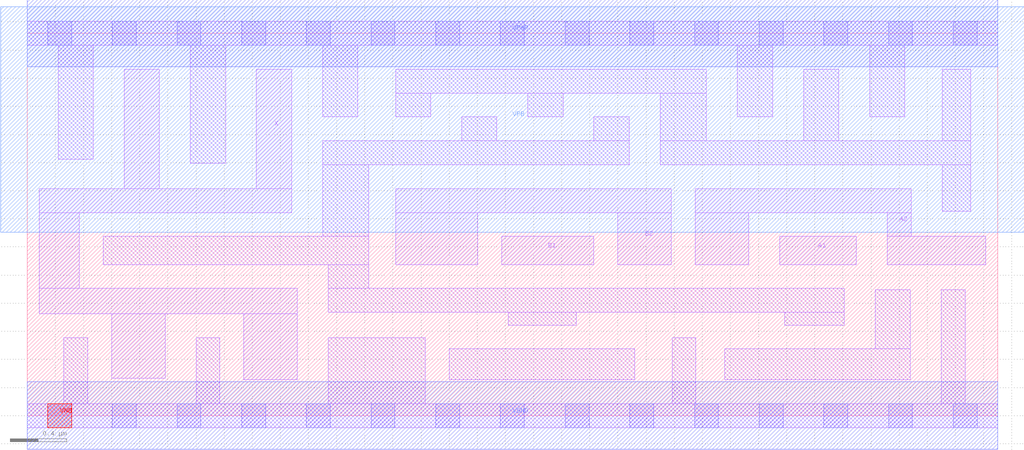
<source format=lef>
# Copyright 2020 The SkyWater PDK Authors
#
# Licensed under the Apache License, Version 2.0 (the "License");
# you may not use this file except in compliance with the License.
# You may obtain a copy of the License at
#
#     https://www.apache.org/licenses/LICENSE-2.0
#
# Unless required by applicable law or agreed to in writing, software
# distributed under the License is distributed on an "AS IS" BASIS,
# WITHOUT WARRANTIES OR CONDITIONS OF ANY KIND, either express or implied.
# See the License for the specific language governing permissions and
# limitations under the License.
#
# SPDX-License-Identifier: Apache-2.0

VERSION 5.7 ;
  NOWIREEXTENSIONATPIN ON ;
  DIVIDERCHAR "/" ;
  BUSBITCHARS "[]" ;
PROPERTYDEFINITIONS
  MACRO maskLayoutSubType STRING ;
  MACRO prCellType STRING ;
  MACRO originalViewName STRING ;
END PROPERTYDEFINITIONS
MACRO sky130_fd_sc_hdll__a22o_4
  CLASS CORE ;
  FOREIGN sky130_fd_sc_hdll__a22o_4 ;
  ORIGIN  0.000000  0.000000 ;
  SIZE  6.900000 BY  2.720000 ;
  SYMMETRY X Y R90 ;
  SITE unithd ;
  PIN A1
    ANTENNAGATEAREA  0.555000 ;
    DIRECTION INPUT ;
    USE SIGNAL ;
    PORT
      LAYER li1 ;
        RECT 5.350000 1.075000 5.895000 1.275000 ;
    END
  END A1
  PIN A2
    ANTENNAGATEAREA  0.555000 ;
    DIRECTION INPUT ;
    USE SIGNAL ;
    PORT
      LAYER li1 ;
        RECT 4.750000 1.075000 5.130000 1.445000 ;
        RECT 4.750000 1.445000 6.285000 1.615000 ;
        RECT 6.115000 1.075000 6.815000 1.275000 ;
        RECT 6.115000 1.275000 6.285000 1.445000 ;
    END
  END A2
  PIN B1
    ANTENNAGATEAREA  0.555000 ;
    DIRECTION INPUT ;
    USE SIGNAL ;
    PORT
      LAYER li1 ;
        RECT 3.375000 1.075000 4.030000 1.275000 ;
    END
  END B1
  PIN B2
    ANTENNAGATEAREA  0.555000 ;
    DIRECTION INPUT ;
    USE SIGNAL ;
    PORT
      LAYER li1 ;
        RECT 2.620000 1.075000 3.205000 1.445000 ;
        RECT 2.620000 1.445000 4.580000 1.615000 ;
        RECT 4.200000 1.075000 4.580000 1.445000 ;
    END
  END B2
  PIN VGND
    ANTENNADIFFAREA  1.397500 ;
    DIRECTION INOUT ;
    USE SIGNAL ;
    PORT
      LAYER met1 ;
        RECT 0.000000 -0.240000 6.900000 0.240000 ;
    END
  END VGND
  PIN VPWR
    ANTENNADIFFAREA  1.430000 ;
    DIRECTION INOUT ;
    USE SIGNAL ;
    PORT
      LAYER met1 ;
        RECT 0.000000 2.480000 6.900000 2.960000 ;
    END
  END VPWR
  PIN X
    ANTENNADIFFAREA  1.028500 ;
    DIRECTION OUTPUT ;
    USE SIGNAL ;
    PORT
      LAYER li1 ;
        RECT 0.085000 0.725000 1.920000 0.905000 ;
        RECT 0.085000 0.905000 0.370000 1.445000 ;
        RECT 0.085000 1.445000 1.880000 1.615000 ;
        RECT 0.600000 0.265000 0.980000 0.725000 ;
        RECT 0.690000 1.615000 0.940000 2.465000 ;
        RECT 1.540000 0.255000 1.920000 0.725000 ;
        RECT 1.630000 1.615000 1.880000 2.465000 ;
    END
  END X
  PIN VNB
    DIRECTION INOUT ;
    USE GROUND ;
    PORT
      LAYER pwell ;
        RECT 0.145000 -0.085000 0.315000 0.085000 ;
    END
  END VNB
  PIN VPB
    DIRECTION INOUT ;
    USE POWER ;
    PORT
      LAYER nwell ;
        RECT -0.190000 1.305000 7.090000 2.910000 ;
    END
  END VPB
  OBS
    LAYER li1 ;
      RECT 0.000000 -0.085000 6.900000 0.085000 ;
      RECT 0.000000  2.635000 6.900000 2.805000 ;
      RECT 0.220000  1.825000 0.470000 2.635000 ;
      RECT 0.260000  0.085000 0.430000 0.555000 ;
      RECT 0.540000  1.075000 2.430000 1.275000 ;
      RECT 1.160000  1.795000 1.410000 2.635000 ;
      RECT 1.200000  0.085000 1.370000 0.555000 ;
      RECT 2.100000  1.275000 2.430000 1.785000 ;
      RECT 2.100000  1.785000 4.280000 1.955000 ;
      RECT 2.100000  2.125000 2.350000 2.635000 ;
      RECT 2.140000  0.085000 2.830000 0.555000 ;
      RECT 2.140000  0.735000 5.810000 0.905000 ;
      RECT 2.140000  0.905000 2.430000 1.075000 ;
      RECT 2.620000  2.125000 2.870000 2.295000 ;
      RECT 2.620000  2.295000 4.830000 2.465000 ;
      RECT 3.000000  0.255000 4.320000 0.475000 ;
      RECT 3.090000  1.955000 3.340000 2.125000 ;
      RECT 3.420000  0.645000 3.905000 0.735000 ;
      RECT 3.560000  2.125000 3.810000 2.295000 ;
      RECT 4.030000  1.955000 4.280000 2.125000 ;
      RECT 4.500000  1.785000 6.710000 1.955000 ;
      RECT 4.500000  1.955000 4.830000 2.295000 ;
      RECT 4.585000  0.085000 4.755000 0.555000 ;
      RECT 4.960000  0.255000 6.280000 0.475000 ;
      RECT 5.050000  2.125000 5.300000 2.635000 ;
      RECT 5.385000  0.645000 5.810000 0.735000 ;
      RECT 5.520000  1.955000 5.770000 2.465000 ;
      RECT 5.990000  2.125000 6.240000 2.635000 ;
      RECT 6.030000  0.475000 6.280000 0.895000 ;
      RECT 6.500000  0.085000 6.670000 0.895000 ;
      RECT 6.505000  1.455000 6.710000 1.785000 ;
      RECT 6.505000  1.955000 6.710000 2.465000 ;
    LAYER mcon ;
      RECT 0.145000 -0.085000 0.315000 0.085000 ;
      RECT 0.145000  2.635000 0.315000 2.805000 ;
      RECT 0.605000 -0.085000 0.775000 0.085000 ;
      RECT 0.605000  2.635000 0.775000 2.805000 ;
      RECT 1.065000 -0.085000 1.235000 0.085000 ;
      RECT 1.065000  2.635000 1.235000 2.805000 ;
      RECT 1.525000 -0.085000 1.695000 0.085000 ;
      RECT 1.525000  2.635000 1.695000 2.805000 ;
      RECT 1.985000 -0.085000 2.155000 0.085000 ;
      RECT 1.985000  2.635000 2.155000 2.805000 ;
      RECT 2.445000 -0.085000 2.615000 0.085000 ;
      RECT 2.445000  2.635000 2.615000 2.805000 ;
      RECT 2.905000 -0.085000 3.075000 0.085000 ;
      RECT 2.905000  2.635000 3.075000 2.805000 ;
      RECT 3.365000 -0.085000 3.535000 0.085000 ;
      RECT 3.365000  2.635000 3.535000 2.805000 ;
      RECT 3.825000 -0.085000 3.995000 0.085000 ;
      RECT 3.825000  2.635000 3.995000 2.805000 ;
      RECT 4.285000 -0.085000 4.455000 0.085000 ;
      RECT 4.285000  2.635000 4.455000 2.805000 ;
      RECT 4.745000 -0.085000 4.915000 0.085000 ;
      RECT 4.745000  2.635000 4.915000 2.805000 ;
      RECT 5.205000 -0.085000 5.375000 0.085000 ;
      RECT 5.205000  2.635000 5.375000 2.805000 ;
      RECT 5.665000 -0.085000 5.835000 0.085000 ;
      RECT 5.665000  2.635000 5.835000 2.805000 ;
      RECT 6.125000 -0.085000 6.295000 0.085000 ;
      RECT 6.125000  2.635000 6.295000 2.805000 ;
      RECT 6.585000 -0.085000 6.755000 0.085000 ;
      RECT 6.585000  2.635000 6.755000 2.805000 ;
  END
  PROPERTY maskLayoutSubType "abstract" ;
  PROPERTY prCellType "standard" ;
  PROPERTY originalViewName "layout" ;
END sky130_fd_sc_hdll__a22o_4
END LIBRARY

</source>
